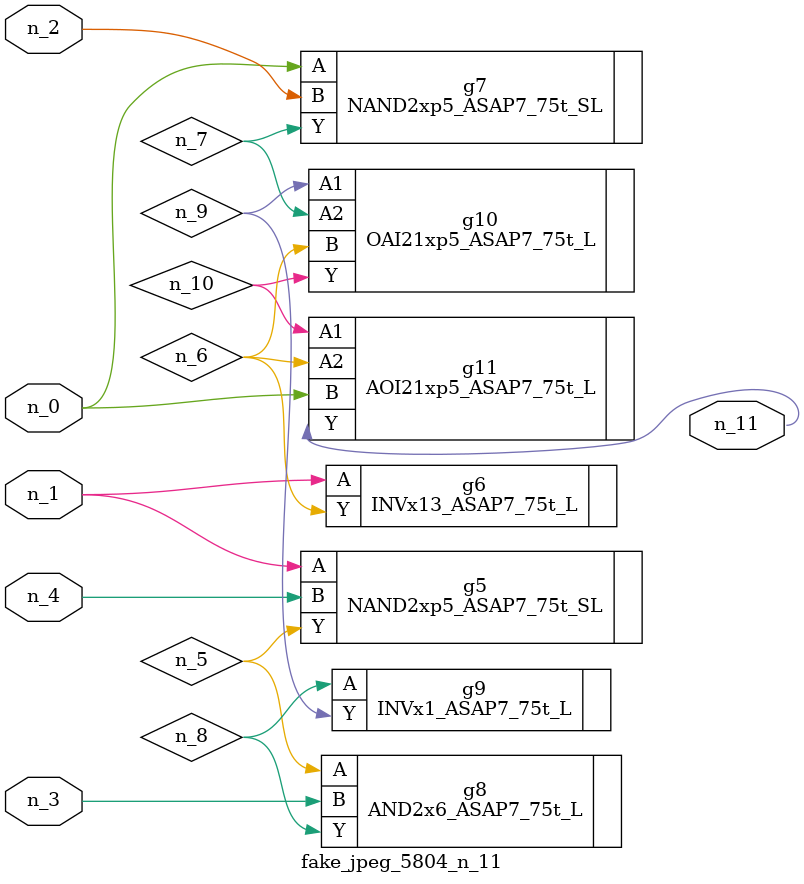
<source format=v>
module fake_jpeg_5804_n_11 (n_3, n_2, n_1, n_0, n_4, n_11);

input n_3;
input n_2;
input n_1;
input n_0;
input n_4;

output n_11;

wire n_10;
wire n_8;
wire n_9;
wire n_6;
wire n_5;
wire n_7;

NAND2xp5_ASAP7_75t_SL g5 ( 
.A(n_1),
.B(n_4),
.Y(n_5)
);

INVx13_ASAP7_75t_L g6 ( 
.A(n_1),
.Y(n_6)
);

NAND2xp5_ASAP7_75t_SL g7 ( 
.A(n_0),
.B(n_2),
.Y(n_7)
);

AND2x6_ASAP7_75t_L g8 ( 
.A(n_5),
.B(n_3),
.Y(n_8)
);

INVx1_ASAP7_75t_L g9 ( 
.A(n_8),
.Y(n_9)
);

OAI21xp5_ASAP7_75t_L g10 ( 
.A1(n_9),
.A2(n_7),
.B(n_6),
.Y(n_10)
);

AOI21xp5_ASAP7_75t_L g11 ( 
.A1(n_10),
.A2(n_6),
.B(n_0),
.Y(n_11)
);


endmodule
</source>
